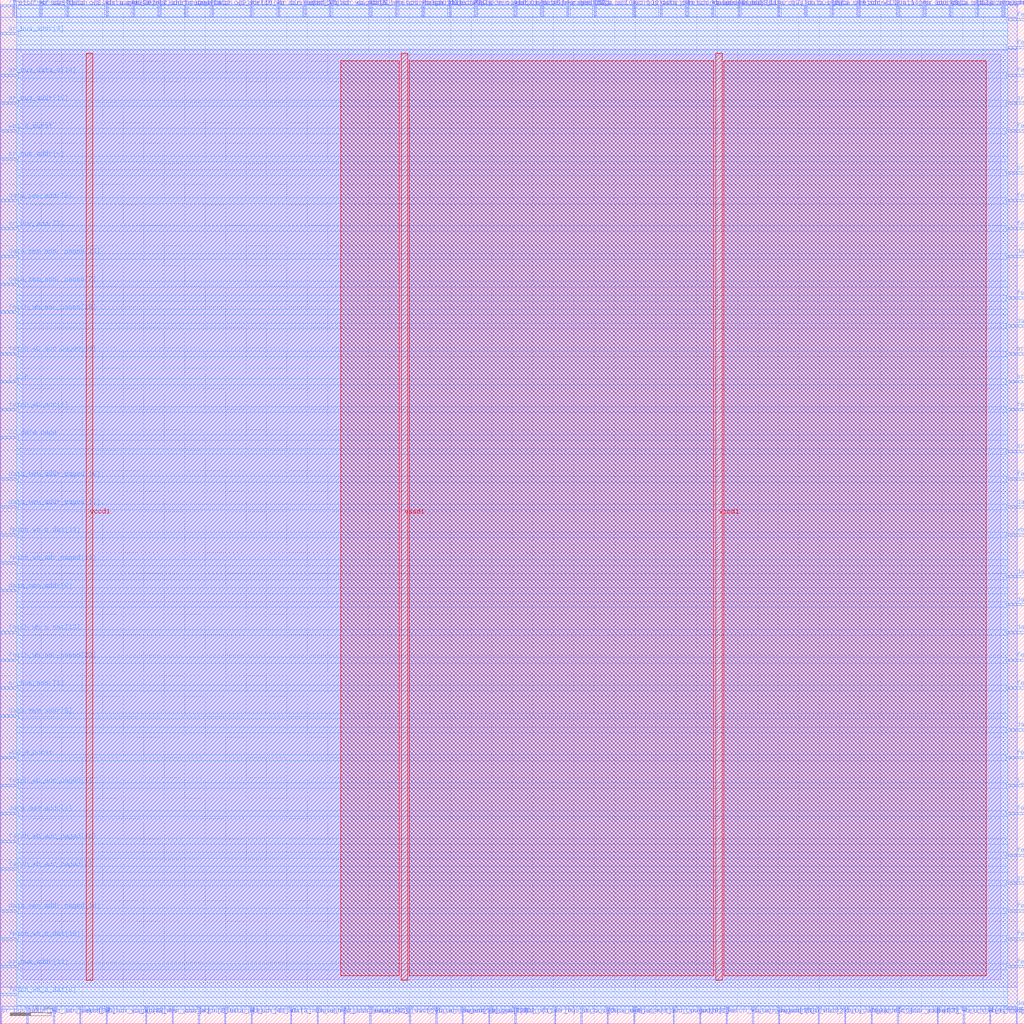
<source format=lef>
VERSION 5.7 ;
  NOWIREEXTENSIONATPIN ON ;
  DIVIDERCHAR "/" ;
  BUSBITCHARS "[]" ;
MACRO upper_core_logic
  CLASS BLOCK ;
  FOREIGN upper_core_logic ;
  ORIGIN 0.000 0.000 ;
  SIZE 250.000 BY 250.000 ;
  PIN cc_data_page
    DIRECTION INPUT ;
    USE SIGNAL ;
    PORT
      LAYER met3 ;
        RECT 0.000 142.840 4.000 143.440 ;
    END
  END cc_data_page
  PIN cc_instr_page
    DIRECTION INPUT ;
    USE SIGNAL ;
    PORT
      LAYER met2 ;
        RECT 38.730 246.000 39.010 250.000 ;
    END
  END cc_instr_page
  PIN data_cacheable
    DIRECTION OUTPUT TRISTATE ;
    USE SIGNAL ;
    PORT
      LAYER met3 ;
        RECT 246.000 170.040 250.000 170.640 ;
    END
  END data_cacheable
  PIN data_mem_addr[0]
    DIRECTION INPUT ;
    USE SIGNAL ;
    PORT
      LAYER met2 ;
        RECT 35.510 0.000 35.790 4.000 ;
    END
  END data_mem_addr[0]
  PIN data_mem_addr[10]
    DIRECTION INPUT ;
    USE SIGNAL ;
    PORT
      LAYER met2 ;
        RECT 206.170 0.000 206.450 4.000 ;
    END
  END data_mem_addr[10]
  PIN data_mem_addr[11]
    DIRECTION INPUT ;
    USE SIGNAL ;
    PORT
      LAYER met2 ;
        RECT 173.970 246.000 174.250 250.000 ;
    END
  END data_mem_addr[11]
  PIN data_mem_addr[12]
    DIRECTION INPUT ;
    USE SIGNAL ;
    PORT
      LAYER met2 ;
        RECT 144.990 246.000 145.270 250.000 ;
    END
  END data_mem_addr[12]
  PIN data_mem_addr[13]
    DIRECTION INPUT ;
    USE SIGNAL ;
    PORT
      LAYER met2 ;
        RECT 132.110 246.000 132.390 250.000 ;
    END
  END data_mem_addr[13]
  PIN data_mem_addr[14]
    DIRECTION INPUT ;
    USE SIGNAL ;
    PORT
      LAYER met2 ;
        RECT 183.630 0.000 183.910 4.000 ;
    END
  END data_mem_addr[14]
  PIN data_mem_addr[15]
    DIRECTION INPUT ;
    USE SIGNAL ;
    PORT
      LAYER met2 ;
        RECT 202.950 246.000 203.230 250.000 ;
    END
  END data_mem_addr[15]
  PIN data_mem_addr[1]
    DIRECTION INPUT ;
    USE SIGNAL ;
    PORT
      LAYER met3 ;
        RECT 0.000 51.040 4.000 51.640 ;
    END
  END data_mem_addr[1]
  PIN data_mem_addr[2]
    DIRECTION INPUT ;
    USE SIGNAL ;
    PORT
      LAYER met3 ;
        RECT 0.000 200.640 4.000 201.240 ;
    END
  END data_mem_addr[2]
  PIN data_mem_addr[3]
    DIRECTION INPUT ;
    USE SIGNAL ;
    PORT
      LAYER met2 ;
        RECT 70.930 0.000 71.210 4.000 ;
    END
  END data_mem_addr[3]
  PIN data_mem_addr[4]
    DIRECTION INPUT ;
    USE SIGNAL ;
    PORT
      LAYER met2 ;
        RECT 238.370 246.000 238.650 250.000 ;
    END
  END data_mem_addr[4]
  PIN data_mem_addr[5]
    DIRECTION INPUT ;
    USE SIGNAL ;
    PORT
      LAYER met3 ;
        RECT 0.000 74.840 4.000 75.440 ;
    END
  END data_mem_addr[5]
  PIN data_mem_addr[6]
    DIRECTION INPUT ;
    USE SIGNAL ;
    PORT
      LAYER met2 ;
        RECT 148.210 0.000 148.490 4.000 ;
    END
  END data_mem_addr[6]
  PIN data_mem_addr[7]
    DIRECTION INPUT ;
    USE SIGNAL ;
    PORT
      LAYER met2 ;
        RECT 25.850 246.000 26.130 250.000 ;
    END
  END data_mem_addr[7]
  PIN data_mem_addr[8]
    DIRECTION INPUT ;
    USE SIGNAL ;
    PORT
      LAYER met2 ;
        RECT 219.050 246.000 219.330 250.000 ;
    END
  END data_mem_addr[8]
  PIN data_mem_addr[9]
    DIRECTION INPUT ;
    USE SIGNAL ;
    PORT
      LAYER met3 ;
        RECT 0.000 105.440 4.000 106.040 ;
    END
  END data_mem_addr[9]
  PIN data_mem_addr_paged[0]
    DIRECTION OUTPUT TRISTATE ;
    USE SIGNAL ;
    PORT
      LAYER met3 ;
        RECT 246.000 102.040 250.000 102.640 ;
    END
  END data_mem_addr_paged[0]
  PIN data_mem_addr_paged[10]
    DIRECTION OUTPUT TRISTATE ;
    USE SIGNAL ;
    PORT
      LAYER met2 ;
        RECT 231.930 246.000 232.210 250.000 ;
    END
  END data_mem_addr_paged[10]
  PIN data_mem_addr_paged[11]
    DIRECTION OUTPUT TRISTATE ;
    USE SIGNAL ;
    PORT
      LAYER met2 ;
        RECT 77.370 0.000 77.650 4.000 ;
    END
  END data_mem_addr_paged[11]
  PIN data_mem_addr_paged[12]
    DIRECTION OUTPUT TRISTATE ;
    USE SIGNAL ;
    PORT
      LAYER met3 ;
        RECT 0.000 125.840 4.000 126.440 ;
    END
  END data_mem_addr_paged[12]
  PIN data_mem_addr_paged[13]
    DIRECTION OUTPUT TRISTATE ;
    USE SIGNAL ;
    PORT
      LAYER met3 ;
        RECT 0.000 187.040 4.000 187.640 ;
    END
  END data_mem_addr_paged[13]
  PIN data_mem_addr_paged[14]
    DIRECTION OUTPUT TRISTATE ;
    USE SIGNAL ;
    PORT
      LAYER met2 ;
        RECT 32.290 246.000 32.570 250.000 ;
    END
  END data_mem_addr_paged[14]
  PIN data_mem_addr_paged[15]
    DIRECTION OUTPUT TRISTATE ;
    USE SIGNAL ;
    PORT
      LAYER met3 ;
        RECT 246.000 187.040 250.000 187.640 ;
    END
  END data_mem_addr_paged[15]
  PIN data_mem_addr_paged[16]
    DIRECTION OUTPUT TRISTATE ;
    USE SIGNAL ;
    PORT
      LAYER met3 ;
        RECT 0.000 27.240 4.000 27.840 ;
    END
  END data_mem_addr_paged[16]
  PIN data_mem_addr_paged[17]
    DIRECTION OUTPUT TRISTATE ;
    USE SIGNAL ;
    PORT
      LAYER met2 ;
        RECT 90.250 246.000 90.530 250.000 ;
    END
  END data_mem_addr_paged[17]
  PIN data_mem_addr_paged[18]
    DIRECTION OUTPUT TRISTATE ;
    USE SIGNAL ;
    PORT
      LAYER met3 ;
        RECT 0.000 132.640 4.000 133.240 ;
    END
  END data_mem_addr_paged[18]
  PIN data_mem_addr_paged[19]
    DIRECTION OUTPUT TRISTATE ;
    USE SIGNAL ;
    PORT
      LAYER met3 ;
        RECT 246.000 3.440 250.000 4.040 ;
    END
  END data_mem_addr_paged[19]
  PIN data_mem_addr_paged[1]
    DIRECTION OUTPUT TRISTATE ;
    USE SIGNAL ;
    PORT
      LAYER met3 ;
        RECT 246.000 71.440 250.000 72.040 ;
    END
  END data_mem_addr_paged[1]
  PIN data_mem_addr_paged[20]
    DIRECTION OUTPUT TRISTATE ;
    USE SIGNAL ;
    PORT
      LAYER met3 ;
        RECT 246.000 95.240 250.000 95.840 ;
    END
  END data_mem_addr_paged[20]
  PIN data_mem_addr_paged[21]
    DIRECTION OUTPUT TRISTATE ;
    USE SIGNAL ;
    PORT
      LAYER met3 ;
        RECT 246.000 108.840 250.000 109.440 ;
    END
  END data_mem_addr_paged[21]
  PIN data_mem_addr_paged[22]
    DIRECTION OUTPUT TRISTATE ;
    USE SIGNAL ;
    PORT
      LAYER met2 ;
        RECT 106.350 0.000 106.630 4.000 ;
    END
  END data_mem_addr_paged[22]
  PIN data_mem_addr_paged[23]
    DIRECTION OUTPUT TRISTATE ;
    USE SIGNAL ;
    PORT
      LAYER met2 ;
        RECT 125.670 246.000 125.950 250.000 ;
    END
  END data_mem_addr_paged[23]
  PIN data_mem_addr_paged[2]
    DIRECTION OUTPUT TRISTATE ;
    USE SIGNAL ;
    PORT
      LAYER met2 ;
        RECT 212.610 0.000 212.890 4.000 ;
    END
  END data_mem_addr_paged[2]
  PIN data_mem_addr_paged[3]
    DIRECTION OUTPUT TRISTATE ;
    USE SIGNAL ;
    PORT
      LAYER met2 ;
        RECT 248.030 0.000 248.310 4.000 ;
    END
  END data_mem_addr_paged[3]
  PIN data_mem_addr_paged[4]
    DIRECTION OUTPUT TRISTATE ;
    USE SIGNAL ;
    PORT
      LAYER met3 ;
        RECT 246.000 125.840 250.000 126.440 ;
    END
  END data_mem_addr_paged[4]
  PIN data_mem_addr_paged[5]
    DIRECTION OUTPUT TRISTATE ;
    USE SIGNAL ;
    PORT
      LAYER met2 ;
        RECT 116.010 246.000 116.290 250.000 ;
    END
  END data_mem_addr_paged[5]
  PIN data_mem_addr_paged[6]
    DIRECTION OUTPUT TRISTATE ;
    USE SIGNAL ;
    PORT
      LAYER met2 ;
        RECT 109.570 246.000 109.850 250.000 ;
    END
  END data_mem_addr_paged[6]
  PIN data_mem_addr_paged[7]
    DIRECTION OUTPUT TRISTATE ;
    USE SIGNAL ;
    PORT
      LAYER met3 ;
        RECT 0.000 180.240 4.000 180.840 ;
    END
  END data_mem_addr_paged[7]
  PIN data_mem_addr_paged[8]
    DIRECTION OUTPUT TRISTATE ;
    USE SIGNAL ;
    PORT
      LAYER met2 ;
        RECT 161.090 246.000 161.370 250.000 ;
    END
  END data_mem_addr_paged[8]
  PIN data_mem_addr_paged[9]
    DIRECTION OUTPUT TRISTATE ;
    USE SIGNAL ;
    PORT
      LAYER met2 ;
        RECT 154.650 0.000 154.930 4.000 ;
    END
  END data_mem_addr_paged[9]
  PIN fetch_wb_adr[0]
    DIRECTION INPUT ;
    USE SIGNAL ;
    PORT
      LAYER met2 ;
        RECT 125.670 0.000 125.950 4.000 ;
    END
  END fetch_wb_adr[0]
  PIN fetch_wb_adr[10]
    DIRECTION INPUT ;
    USE SIGNAL ;
    PORT
      LAYER met2 ;
        RECT 51.610 246.000 51.890 250.000 ;
    END
  END fetch_wb_adr[10]
  PIN fetch_wb_adr[11]
    DIRECTION INPUT ;
    USE SIGNAL ;
    PORT
      LAYER met3 ;
        RECT 246.000 149.640 250.000 150.240 ;
    END
  END fetch_wb_adr[11]
  PIN fetch_wb_adr[12]
    DIRECTION INPUT ;
    USE SIGNAL ;
    PORT
      LAYER met3 ;
        RECT 0.000 248.240 4.000 248.840 ;
    END
  END fetch_wb_adr[12]
  PIN fetch_wb_adr[13]
    DIRECTION INPUT ;
    USE SIGNAL ;
    PORT
      LAYER met2 ;
        RECT 54.830 0.000 55.110 4.000 ;
    END
  END fetch_wb_adr[13]
  PIN fetch_wb_adr[14]
    DIRECTION INPUT ;
    USE SIGNAL ;
    PORT
      LAYER met2 ;
        RECT 209.390 246.000 209.670 250.000 ;
    END
  END fetch_wb_adr[14]
  PIN fetch_wb_adr[15]
    DIRECTION INPUT ;
    USE SIGNAL ;
    PORT
      LAYER met3 ;
        RECT 246.000 217.640 250.000 218.240 ;
    END
  END fetch_wb_adr[15]
  PIN fetch_wb_adr[1]
    DIRECTION INPUT ;
    USE SIGNAL ;
    PORT
      LAYER met3 ;
        RECT 0.000 149.640 4.000 150.240 ;
    END
  END fetch_wb_adr[1]
  PIN fetch_wb_adr[2]
    DIRECTION INPUT ;
    USE SIGNAL ;
    PORT
      LAYER met2 ;
        RECT 61.270 0.000 61.550 4.000 ;
    END
  END fetch_wb_adr[2]
  PIN fetch_wb_adr[3]
    DIRECTION INPUT ;
    USE SIGNAL ;
    PORT
      LAYER met2 ;
        RECT 3.310 246.000 3.590 250.000 ;
    END
  END fetch_wb_adr[3]
  PIN fetch_wb_adr[4]
    DIRECTION INPUT ;
    USE SIGNAL ;
    PORT
      LAYER met3 ;
        RECT 246.000 64.640 250.000 65.240 ;
    END
  END fetch_wb_adr[4]
  PIN fetch_wb_adr[5]
    DIRECTION INPUT ;
    USE SIGNAL ;
    PORT
      LAYER met2 ;
        RECT 80.590 246.000 80.870 250.000 ;
    END
  END fetch_wb_adr[5]
  PIN fetch_wb_adr[6]
    DIRECTION INPUT ;
    USE SIGNAL ;
    PORT
      LAYER met2 ;
        RECT 241.590 0.000 241.870 4.000 ;
    END
  END fetch_wb_adr[6]
  PIN fetch_wb_adr[7]
    DIRECTION INPUT ;
    USE SIGNAL ;
    PORT
      LAYER met3 ;
        RECT 246.000 200.640 250.000 201.240 ;
    END
  END fetch_wb_adr[7]
  PIN fetch_wb_adr[8]
    DIRECTION INPUT ;
    USE SIGNAL ;
    PORT
      LAYER met3 ;
        RECT 246.000 27.240 250.000 27.840 ;
    END
  END fetch_wb_adr[8]
  PIN fetch_wb_adr[9]
    DIRECTION INPUT ;
    USE SIGNAL ;
    PORT
      LAYER met2 ;
        RECT 244.810 246.000 245.090 250.000 ;
    END
  END fetch_wb_adr[9]
  PIN fetch_wb_adr_paged[0]
    DIRECTION OUTPUT TRISTATE ;
    USE SIGNAL ;
    PORT
      LAYER met3 ;
        RECT 246.000 193.840 250.000 194.440 ;
    END
  END fetch_wb_adr_paged[0]
  PIN fetch_wb_adr_paged[10]
    DIRECTION OUTPUT TRISTATE ;
    USE SIGNAL ;
    PORT
      LAYER met3 ;
        RECT 246.000 40.840 250.000 41.440 ;
    END
  END fetch_wb_adr_paged[10]
  PIN fetch_wb_adr_paged[11]
    DIRECTION OUTPUT TRISTATE ;
    USE SIGNAL ;
    PORT
      LAYER met2 ;
        RECT 99.910 0.000 100.190 4.000 ;
    END
  END fetch_wb_adr_paged[11]
  PIN fetch_wb_adr_paged[12]
    DIRECTION OUTPUT TRISTATE ;
    USE SIGNAL ;
    PORT
      LAYER met3 ;
        RECT 0.000 163.240 4.000 163.840 ;
    END
  END fetch_wb_adr_paged[12]
  PIN fetch_wb_adr_paged[13]
    DIRECTION OUTPUT TRISTATE ;
    USE SIGNAL ;
    PORT
      LAYER met2 ;
        RECT 6.530 0.000 6.810 4.000 ;
    END
  END fetch_wb_adr_paged[13]
  PIN fetch_wb_adr_paged[14]
    DIRECTION OUTPUT TRISTATE ;
    USE SIGNAL ;
    PORT
      LAYER met3 ;
        RECT 0.000 112.240 4.000 112.840 ;
    END
  END fetch_wb_adr_paged[14]
  PIN fetch_wb_adr_paged[15]
    DIRECTION OUTPUT TRISTATE ;
    USE SIGNAL ;
    PORT
      LAYER met2 ;
        RECT 177.190 0.000 177.470 4.000 ;
    END
  END fetch_wb_adr_paged[15]
  PIN fetch_wb_adr_paged[16]
    DIRECTION OUTPUT TRISTATE ;
    USE SIGNAL ;
    PORT
      LAYER met3 ;
        RECT 0.000 44.240 4.000 44.840 ;
    END
  END fetch_wb_adr_paged[16]
  PIN fetch_wb_adr_paged[17]
    DIRECTION OUTPUT TRISTATE ;
    USE SIGNAL ;
    PORT
      LAYER met2 ;
        RECT 61.270 246.000 61.550 250.000 ;
    END
  END fetch_wb_adr_paged[17]
  PIN fetch_wb_adr_paged[18]
    DIRECTION OUTPUT TRISTATE ;
    USE SIGNAL ;
    PORT
      LAYER met3 ;
        RECT 246.000 231.240 250.000 231.840 ;
    END
  END fetch_wb_adr_paged[18]
  PIN fetch_wb_adr_paged[19]
    DIRECTION OUTPUT TRISTATE ;
    USE SIGNAL ;
    PORT
      LAYER met3 ;
        RECT 0.000 173.440 4.000 174.040 ;
    END
  END fetch_wb_adr_paged[19]
  PIN fetch_wb_adr_paged[1]
    DIRECTION OUTPUT TRISTATE ;
    USE SIGNAL ;
    PORT
      LAYER met3 ;
        RECT 0.000 57.840 4.000 58.440 ;
    END
  END fetch_wb_adr_paged[1]
  PIN fetch_wb_adr_paged[20]
    DIRECTION OUTPUT TRISTATE ;
    USE SIGNAL ;
    PORT
      LAYER met2 ;
        RECT 16.190 246.000 16.470 250.000 ;
    END
  END fetch_wb_adr_paged[20]
  PIN fetch_wb_adr_paged[21]
    DIRECTION OUTPUT TRISTATE ;
    USE SIGNAL ;
    PORT
      LAYER met2 ;
        RECT 74.150 246.000 74.430 250.000 ;
    END
  END fetch_wb_adr_paged[21]
  PIN fetch_wb_adr_paged[22]
    DIRECTION OUTPUT TRISTATE ;
    USE SIGNAL ;
    PORT
      LAYER met2 ;
        RECT 96.690 246.000 96.970 250.000 ;
    END
  END fetch_wb_adr_paged[22]
  PIN fetch_wb_adr_paged[23]
    DIRECTION OUTPUT TRISTATE ;
    USE SIGNAL ;
    PORT
      LAYER met3 ;
        RECT 0.000 88.440 4.000 89.040 ;
    END
  END fetch_wb_adr_paged[23]
  PIN fetch_wb_adr_paged[2]
    DIRECTION OUTPUT TRISTATE ;
    USE SIGNAL ;
    PORT
      LAYER met3 ;
        RECT 0.000 37.440 4.000 38.040 ;
    END
  END fetch_wb_adr_paged[2]
  PIN fetch_wb_adr_paged[3]
    DIRECTION OUTPUT TRISTATE ;
    USE SIGNAL ;
    PORT
      LAYER met3 ;
        RECT 246.000 81.640 250.000 82.240 ;
    END
  END fetch_wb_adr_paged[3]
  PIN fetch_wb_adr_paged[4]
    DIRECTION OUTPUT TRISTATE ;
    USE SIGNAL ;
    PORT
      LAYER met3 ;
        RECT 246.000 238.040 250.000 238.640 ;
    END
  END fetch_wb_adr_paged[4]
  PIN fetch_wb_adr_paged[5]
    DIRECTION OUTPUT TRISTATE ;
    USE SIGNAL ;
    PORT
      LAYER met2 ;
        RECT 19.410 0.000 19.690 4.000 ;
    END
  END fetch_wb_adr_paged[5]
  PIN fetch_wb_adr_paged[6]
    DIRECTION OUTPUT TRISTATE ;
    USE SIGNAL ;
    PORT
      LAYER met3 ;
        RECT 246.000 13.640 250.000 14.240 ;
    END
  END fetch_wb_adr_paged[6]
  PIN fetch_wb_adr_paged[7]
    DIRECTION OUTPUT TRISTATE ;
    USE SIGNAL ;
    PORT
      LAYER met3 ;
        RECT 246.000 88.440 250.000 89.040 ;
    END
  END fetch_wb_adr_paged[7]
  PIN fetch_wb_adr_paged[8]
    DIRECTION OUTPUT TRISTATE ;
    USE SIGNAL ;
    PORT
      LAYER met2 ;
        RECT 167.530 246.000 167.810 250.000 ;
    END
  END fetch_wb_adr_paged[8]
  PIN fetch_wb_adr_paged[9]
    DIRECTION OUTPUT TRISTATE ;
    USE SIGNAL ;
    PORT
      LAYER met3 ;
        RECT 246.000 51.040 250.000 51.640 ;
    END
  END fetch_wb_adr_paged[9]
  PIN fetch_wb_o_dat[0]
    DIRECTION OUTPUT TRISTATE ;
    USE SIGNAL ;
    PORT
      LAYER met2 ;
        RECT 228.710 0.000 228.990 4.000 ;
    END
  END fetch_wb_o_dat[0]
  PIN fetch_wb_o_dat[10]
    DIRECTION OUTPUT TRISTATE ;
    USE SIGNAL ;
    PORT
      LAYER met2 ;
        RECT 112.790 0.000 113.070 4.000 ;
    END
  END fetch_wb_o_dat[10]
  PIN fetch_wb_o_dat[11]
    DIRECTION OUTPUT TRISTATE ;
    USE SIGNAL ;
    PORT
      LAYER met3 ;
        RECT 246.000 132.640 250.000 133.240 ;
    END
  END fetch_wb_o_dat[11]
  PIN fetch_wb_o_dat[12]
    DIRECTION OUTPUT TRISTATE ;
    USE SIGNAL ;
    PORT
      LAYER met3 ;
        RECT 246.000 244.840 250.000 245.440 ;
    END
  END fetch_wb_o_dat[12]
  PIN fetch_wb_o_dat[13]
    DIRECTION OUTPUT TRISTATE ;
    USE SIGNAL ;
    PORT
      LAYER met3 ;
        RECT 0.000 95.240 4.000 95.840 ;
    END
  END fetch_wb_o_dat[13]
  PIN fetch_wb_o_dat[14]
    DIRECTION OUTPUT TRISTATE ;
    USE SIGNAL ;
    PORT
      LAYER met3 ;
        RECT 0.000 119.040 4.000 119.640 ;
    END
  END fetch_wb_o_dat[14]
  PIN fetch_wb_o_dat[15]
    DIRECTION OUTPUT TRISTATE ;
    USE SIGNAL ;
    PORT
      LAYER met3 ;
        RECT 0.000 20.440 4.000 21.040 ;
    END
  END fetch_wb_o_dat[15]
  PIN fetch_wb_o_dat[1]
    DIRECTION OUTPUT TRISTATE ;
    USE SIGNAL ;
    PORT
      LAYER met2 ;
        RECT 235.150 0.000 235.430 4.000 ;
    END
  END fetch_wb_o_dat[1]
  PIN fetch_wb_o_dat[2]
    DIRECTION OUTPUT TRISTATE ;
    USE SIGNAL ;
    PORT
      LAYER met2 ;
        RECT 103.130 246.000 103.410 250.000 ;
    END
  END fetch_wb_o_dat[2]
  PIN fetch_wb_o_dat[3]
    DIRECTION OUTPUT TRISTATE ;
    USE SIGNAL ;
    PORT
      LAYER met2 ;
        RECT 190.070 0.000 190.350 4.000 ;
    END
  END fetch_wb_o_dat[3]
  PIN fetch_wb_o_dat[4]
    DIRECTION OUTPUT TRISTATE ;
    USE SIGNAL ;
    PORT
      LAYER met2 ;
        RECT 25.850 0.000 26.130 4.000 ;
    END
  END fetch_wb_o_dat[4]
  PIN fetch_wb_o_dat[5]
    DIRECTION OUTPUT TRISTATE ;
    USE SIGNAL ;
    PORT
      LAYER met2 ;
        RECT 90.250 0.000 90.530 4.000 ;
    END
  END fetch_wb_o_dat[5]
  PIN fetch_wb_o_dat[6]
    DIRECTION OUTPUT TRISTATE ;
    USE SIGNAL ;
    PORT
      LAYER met3 ;
        RECT 246.000 20.440 250.000 21.040 ;
    END
  END fetch_wb_o_dat[6]
  PIN fetch_wb_o_dat[7]
    DIRECTION OUTPUT TRISTATE ;
    USE SIGNAL ;
    PORT
      LAYER met3 ;
        RECT 246.000 176.840 250.000 177.440 ;
    END
  END fetch_wb_o_dat[7]
  PIN fetch_wb_o_dat[8]
    DIRECTION OUTPUT TRISTATE ;
    USE SIGNAL ;
    PORT
      LAYER met3 ;
        RECT 0.000 6.840 4.000 7.440 ;
    END
  END fetch_wb_o_dat[8]
  PIN fetch_wb_o_dat[9]
    DIRECTION OUTPUT TRISTATE ;
    USE SIGNAL ;
    PORT
      LAYER met2 ;
        RECT 199.730 0.000 200.010 4.000 ;
    END
  END fetch_wb_o_dat[9]
  PIN i_clk
    DIRECTION INPUT ;
    USE SIGNAL ;
    PORT
      LAYER met3 ;
        RECT 0.000 156.440 4.000 157.040 ;
    END
  END i_clk
  PIN i_rst
    DIRECTION INPUT ;
    USE SIGNAL ;
    PORT
      LAYER met3 ;
        RECT 246.000 57.840 250.000 58.440 ;
    END
  END i_rst
  PIN sr_bus_addr[0]
    DIRECTION INPUT ;
    USE SIGNAL ;
    PORT
      LAYER met3 ;
        RECT 0.000 210.840 4.000 211.440 ;
    END
  END sr_bus_addr[0]
  PIN sr_bus_addr[10]
    DIRECTION INPUT ;
    USE SIGNAL ;
    PORT
      LAYER met3 ;
        RECT 246.000 139.440 250.000 140.040 ;
    END
  END sr_bus_addr[10]
  PIN sr_bus_addr[11]
    DIRECTION INPUT ;
    USE SIGNAL ;
    PORT
      LAYER met3 ;
        RECT 246.000 207.440 250.000 208.040 ;
    END
  END sr_bus_addr[11]
  PIN sr_bus_addr[12]
    DIRECTION INPUT ;
    USE SIGNAL ;
    PORT
      LAYER met2 ;
        RECT 219.050 0.000 219.330 4.000 ;
    END
  END sr_bus_addr[12]
  PIN sr_bus_addr[13]
    DIRECTION INPUT ;
    USE SIGNAL ;
    PORT
      LAYER met3 ;
        RECT 246.000 224.440 250.000 225.040 ;
    END
  END sr_bus_addr[13]
  PIN sr_bus_addr[14]
    DIRECTION INPUT ;
    USE SIGNAL ;
    PORT
      LAYER met3 ;
        RECT 0.000 13.640 4.000 14.240 ;
    END
  END sr_bus_addr[14]
  PIN sr_bus_addr[15]
    DIRECTION INPUT ;
    USE SIGNAL ;
    PORT
      LAYER met3 ;
        RECT 0.000 224.440 4.000 225.040 ;
    END
  END sr_bus_addr[15]
  PIN sr_bus_addr[1]
    DIRECTION INPUT ;
    USE SIGNAL ;
    PORT
      LAYER met3 ;
        RECT 0.000 81.640 4.000 82.240 ;
    END
  END sr_bus_addr[1]
  PIN sr_bus_addr[2]
    DIRECTION INPUT ;
    USE SIGNAL ;
    PORT
      LAYER met2 ;
        RECT 0.090 0.000 0.370 4.000 ;
    END
  END sr_bus_addr[2]
  PIN sr_bus_addr[3]
    DIRECTION INPUT ;
    USE SIGNAL ;
    PORT
      LAYER met2 ;
        RECT 164.310 0.000 164.590 4.000 ;
    END
  END sr_bus_addr[3]
  PIN sr_bus_addr[4]
    DIRECTION INPUT ;
    USE SIGNAL ;
    PORT
      LAYER met3 ;
        RECT 0.000 241.440 4.000 242.040 ;
    END
  END sr_bus_addr[4]
  PIN sr_bus_addr[5]
    DIRECTION INPUT ;
    USE SIGNAL ;
    PORT
      LAYER met2 ;
        RECT 67.710 246.000 67.990 250.000 ;
    END
  END sr_bus_addr[5]
  PIN sr_bus_addr[6]
    DIRECTION INPUT ;
    USE SIGNAL ;
    PORT
      LAYER met2 ;
        RECT 154.650 246.000 154.930 250.000 ;
    END
  END sr_bus_addr[6]
  PIN sr_bus_addr[7]
    DIRECTION INPUT ;
    USE SIGNAL ;
    PORT
      LAYER met3 ;
        RECT 0.000 193.840 4.000 194.440 ;
    END
  END sr_bus_addr[7]
  PIN sr_bus_addr[8]
    DIRECTION INPUT ;
    USE SIGNAL ;
    PORT
      LAYER met2 ;
        RECT 41.950 0.000 42.230 4.000 ;
    END
  END sr_bus_addr[8]
  PIN sr_bus_addr[9]
    DIRECTION INPUT ;
    USE SIGNAL ;
    PORT
      LAYER met2 ;
        RECT 12.970 0.000 13.250 4.000 ;
    END
  END sr_bus_addr[9]
  PIN sr_bus_data_o[0]
    DIRECTION INPUT ;
    USE SIGNAL ;
    PORT
      LAYER met2 ;
        RECT 196.510 246.000 196.790 250.000 ;
    END
  END sr_bus_data_o[0]
  PIN sr_bus_data_o[10]
    DIRECTION INPUT ;
    USE SIGNAL ;
    PORT
      LAYER met2 ;
        RECT 138.550 246.000 138.830 250.000 ;
    END
  END sr_bus_data_o[10]
  PIN sr_bus_data_o[11]
    DIRECTION INPUT ;
    USE SIGNAL ;
    PORT
      LAYER met2 ;
        RECT 119.230 0.000 119.510 4.000 ;
    END
  END sr_bus_data_o[11]
  PIN sr_bus_data_o[12]
    DIRECTION INPUT ;
    USE SIGNAL ;
    PORT
      LAYER met2 ;
        RECT 225.490 246.000 225.770 250.000 ;
    END
  END sr_bus_data_o[12]
  PIN sr_bus_data_o[13]
    DIRECTION INPUT ;
    USE SIGNAL ;
    PORT
      LAYER met3 ;
        RECT 246.000 34.040 250.000 34.640 ;
    END
  END sr_bus_data_o[13]
  PIN sr_bus_data_o[14]
    DIRECTION INPUT ;
    USE SIGNAL ;
    PORT
      LAYER met3 ;
        RECT 0.000 231.240 4.000 231.840 ;
    END
  END sr_bus_data_o[14]
  PIN sr_bus_data_o[15]
    DIRECTION INPUT ;
    USE SIGNAL ;
    PORT
      LAYER met3 ;
        RECT 246.000 156.440 250.000 157.040 ;
    END
  END sr_bus_data_o[15]
  PIN sr_bus_data_o[1]
    DIRECTION INPUT ;
    USE SIGNAL ;
    PORT
      LAYER met2 ;
        RECT 48.390 0.000 48.670 4.000 ;
    END
  END sr_bus_data_o[1]
  PIN sr_bus_data_o[2]
    DIRECTION INPUT ;
    USE SIGNAL ;
    PORT
      LAYER met2 ;
        RECT 83.810 0.000 84.090 4.000 ;
    END
  END sr_bus_data_o[2]
  PIN sr_bus_data_o[3]
    DIRECTION INPUT ;
    USE SIGNAL ;
    PORT
      LAYER met2 ;
        RECT 135.330 0.000 135.610 4.000 ;
    END
  END sr_bus_data_o[3]
  PIN sr_bus_data_o[4]
    DIRECTION INPUT ;
    USE SIGNAL ;
    PORT
      LAYER met3 ;
        RECT 246.000 163.240 250.000 163.840 ;
    END
  END sr_bus_data_o[4]
  PIN sr_bus_data_o[5]
    DIRECTION INPUT ;
    USE SIGNAL ;
    PORT
      LAYER met2 ;
        RECT 141.770 0.000 142.050 4.000 ;
    END
  END sr_bus_data_o[5]
  PIN sr_bus_data_o[6]
    DIRECTION INPUT ;
    USE SIGNAL ;
    PORT
      LAYER met2 ;
        RECT 190.070 246.000 190.350 250.000 ;
    END
  END sr_bus_data_o[6]
  PIN sr_bus_data_o[7]
    DIRECTION INPUT ;
    USE SIGNAL ;
    PORT
      LAYER met2 ;
        RECT 180.410 246.000 180.690 250.000 ;
    END
  END sr_bus_data_o[7]
  PIN sr_bus_data_o[8]
    DIRECTION INPUT ;
    USE SIGNAL ;
    PORT
      LAYER met2 ;
        RECT 9.750 246.000 10.030 250.000 ;
    END
  END sr_bus_data_o[8]
  PIN sr_bus_data_o[9]
    DIRECTION INPUT ;
    USE SIGNAL ;
    PORT
      LAYER met2 ;
        RECT 45.170 246.000 45.450 250.000 ;
    END
  END sr_bus_data_o[9]
  PIN sr_bus_we
    DIRECTION INPUT ;
    USE SIGNAL ;
    PORT
      LAYER met2 ;
        RECT 170.750 0.000 171.030 4.000 ;
    END
  END sr_bus_we
  PIN vccd1
    DIRECTION INOUT ;
    USE POWER ;
    PORT
      LAYER met4 ;
        RECT 21.040 10.640 22.640 236.880 ;
    END
    PORT
      LAYER met4 ;
        RECT 174.640 10.640 176.240 236.880 ;
    END
  END vccd1
  PIN vssd1
    DIRECTION INOUT ;
    USE GROUND ;
    PORT
      LAYER met4 ;
        RECT 97.840 10.640 99.440 236.880 ;
    END
  END vssd1
  PIN wb0_8_burst
    DIRECTION OUTPUT TRISTATE ;
    USE SIGNAL ;
    PORT
      LAYER met3 ;
        RECT 0.000 64.640 4.000 65.240 ;
    END
  END wb0_8_burst
  PIN wb1_4_burst
    DIRECTION OUTPUT TRISTATE ;
    USE SIGNAL ;
    PORT
      LAYER met3 ;
        RECT 0.000 217.640 4.000 218.240 ;
    END
  END wb1_4_burst
  PIN wb1_8_burst
    DIRECTION OUTPUT TRISTATE ;
    USE SIGNAL ;
    PORT
      LAYER met3 ;
        RECT 246.000 119.040 250.000 119.640 ;
    END
  END wb1_8_burst
  OBS
      LAYER li1 ;
        RECT 5.520 10.795 244.260 236.725 ;
      LAYER met1 ;
        RECT 0.070 8.880 248.330 237.960 ;
      LAYER met2 ;
        RECT 0.100 245.720 3.030 248.725 ;
        RECT 3.870 245.720 9.470 248.725 ;
        RECT 10.310 245.720 15.910 248.725 ;
        RECT 16.750 245.720 25.570 248.725 ;
        RECT 26.410 245.720 32.010 248.725 ;
        RECT 32.850 245.720 38.450 248.725 ;
        RECT 39.290 245.720 44.890 248.725 ;
        RECT 45.730 245.720 51.330 248.725 ;
        RECT 52.170 245.720 60.990 248.725 ;
        RECT 61.830 245.720 67.430 248.725 ;
        RECT 68.270 245.720 73.870 248.725 ;
        RECT 74.710 245.720 80.310 248.725 ;
        RECT 81.150 245.720 89.970 248.725 ;
        RECT 90.810 245.720 96.410 248.725 ;
        RECT 97.250 245.720 102.850 248.725 ;
        RECT 103.690 245.720 109.290 248.725 ;
        RECT 110.130 245.720 115.730 248.725 ;
        RECT 116.570 245.720 125.390 248.725 ;
        RECT 126.230 245.720 131.830 248.725 ;
        RECT 132.670 245.720 138.270 248.725 ;
        RECT 139.110 245.720 144.710 248.725 ;
        RECT 145.550 245.720 154.370 248.725 ;
        RECT 155.210 245.720 160.810 248.725 ;
        RECT 161.650 245.720 167.250 248.725 ;
        RECT 168.090 245.720 173.690 248.725 ;
        RECT 174.530 245.720 180.130 248.725 ;
        RECT 180.970 245.720 189.790 248.725 ;
        RECT 190.630 245.720 196.230 248.725 ;
        RECT 197.070 245.720 202.670 248.725 ;
        RECT 203.510 245.720 209.110 248.725 ;
        RECT 209.950 245.720 218.770 248.725 ;
        RECT 219.610 245.720 225.210 248.725 ;
        RECT 226.050 245.720 231.650 248.725 ;
        RECT 232.490 245.720 238.090 248.725 ;
        RECT 238.930 245.720 244.530 248.725 ;
        RECT 245.370 245.720 248.300 248.725 ;
        RECT 0.100 4.280 248.300 245.720 ;
        RECT 0.650 3.555 6.250 4.280 ;
        RECT 7.090 3.555 12.690 4.280 ;
        RECT 13.530 3.555 19.130 4.280 ;
        RECT 19.970 3.555 25.570 4.280 ;
        RECT 26.410 3.555 35.230 4.280 ;
        RECT 36.070 3.555 41.670 4.280 ;
        RECT 42.510 3.555 48.110 4.280 ;
        RECT 48.950 3.555 54.550 4.280 ;
        RECT 55.390 3.555 60.990 4.280 ;
        RECT 61.830 3.555 70.650 4.280 ;
        RECT 71.490 3.555 77.090 4.280 ;
        RECT 77.930 3.555 83.530 4.280 ;
        RECT 84.370 3.555 89.970 4.280 ;
        RECT 90.810 3.555 99.630 4.280 ;
        RECT 100.470 3.555 106.070 4.280 ;
        RECT 106.910 3.555 112.510 4.280 ;
        RECT 113.350 3.555 118.950 4.280 ;
        RECT 119.790 3.555 125.390 4.280 ;
        RECT 126.230 3.555 135.050 4.280 ;
        RECT 135.890 3.555 141.490 4.280 ;
        RECT 142.330 3.555 147.930 4.280 ;
        RECT 148.770 3.555 154.370 4.280 ;
        RECT 155.210 3.555 164.030 4.280 ;
        RECT 164.870 3.555 170.470 4.280 ;
        RECT 171.310 3.555 176.910 4.280 ;
        RECT 177.750 3.555 183.350 4.280 ;
        RECT 184.190 3.555 189.790 4.280 ;
        RECT 190.630 3.555 199.450 4.280 ;
        RECT 200.290 3.555 205.890 4.280 ;
        RECT 206.730 3.555 212.330 4.280 ;
        RECT 213.170 3.555 218.770 4.280 ;
        RECT 219.610 3.555 228.430 4.280 ;
        RECT 229.270 3.555 234.870 4.280 ;
        RECT 235.710 3.555 241.310 4.280 ;
        RECT 242.150 3.555 247.750 4.280 ;
      LAYER met3 ;
        RECT 4.400 247.840 246.000 248.705 ;
        RECT 4.000 245.840 246.000 247.840 ;
        RECT 4.000 244.440 245.600 245.840 ;
        RECT 4.000 242.440 246.000 244.440 ;
        RECT 4.400 241.040 246.000 242.440 ;
        RECT 4.000 239.040 246.000 241.040 ;
        RECT 4.000 237.640 245.600 239.040 ;
        RECT 4.000 232.240 246.000 237.640 ;
        RECT 4.400 230.840 245.600 232.240 ;
        RECT 4.000 225.440 246.000 230.840 ;
        RECT 4.400 224.040 245.600 225.440 ;
        RECT 4.000 218.640 246.000 224.040 ;
        RECT 4.400 217.240 245.600 218.640 ;
        RECT 4.000 211.840 246.000 217.240 ;
        RECT 4.400 210.440 246.000 211.840 ;
        RECT 4.000 208.440 246.000 210.440 ;
        RECT 4.000 207.040 245.600 208.440 ;
        RECT 4.000 201.640 246.000 207.040 ;
        RECT 4.400 200.240 245.600 201.640 ;
        RECT 4.000 194.840 246.000 200.240 ;
        RECT 4.400 193.440 245.600 194.840 ;
        RECT 4.000 188.040 246.000 193.440 ;
        RECT 4.400 186.640 245.600 188.040 ;
        RECT 4.000 181.240 246.000 186.640 ;
        RECT 4.400 179.840 246.000 181.240 ;
        RECT 4.000 177.840 246.000 179.840 ;
        RECT 4.000 176.440 245.600 177.840 ;
        RECT 4.000 174.440 246.000 176.440 ;
        RECT 4.400 173.040 246.000 174.440 ;
        RECT 4.000 171.040 246.000 173.040 ;
        RECT 4.000 169.640 245.600 171.040 ;
        RECT 4.000 164.240 246.000 169.640 ;
        RECT 4.400 162.840 245.600 164.240 ;
        RECT 4.000 157.440 246.000 162.840 ;
        RECT 4.400 156.040 245.600 157.440 ;
        RECT 4.000 150.640 246.000 156.040 ;
        RECT 4.400 149.240 245.600 150.640 ;
        RECT 4.000 143.840 246.000 149.240 ;
        RECT 4.400 142.440 246.000 143.840 ;
        RECT 4.000 140.440 246.000 142.440 ;
        RECT 4.000 139.040 245.600 140.440 ;
        RECT 4.000 133.640 246.000 139.040 ;
        RECT 4.400 132.240 245.600 133.640 ;
        RECT 4.000 126.840 246.000 132.240 ;
        RECT 4.400 125.440 245.600 126.840 ;
        RECT 4.000 120.040 246.000 125.440 ;
        RECT 4.400 118.640 245.600 120.040 ;
        RECT 4.000 113.240 246.000 118.640 ;
        RECT 4.400 111.840 246.000 113.240 ;
        RECT 4.000 109.840 246.000 111.840 ;
        RECT 4.000 108.440 245.600 109.840 ;
        RECT 4.000 106.440 246.000 108.440 ;
        RECT 4.400 105.040 246.000 106.440 ;
        RECT 4.000 103.040 246.000 105.040 ;
        RECT 4.000 101.640 245.600 103.040 ;
        RECT 4.000 96.240 246.000 101.640 ;
        RECT 4.400 94.840 245.600 96.240 ;
        RECT 4.000 89.440 246.000 94.840 ;
        RECT 4.400 88.040 245.600 89.440 ;
        RECT 4.000 82.640 246.000 88.040 ;
        RECT 4.400 81.240 245.600 82.640 ;
        RECT 4.000 75.840 246.000 81.240 ;
        RECT 4.400 74.440 246.000 75.840 ;
        RECT 4.000 72.440 246.000 74.440 ;
        RECT 4.000 71.040 245.600 72.440 ;
        RECT 4.000 65.640 246.000 71.040 ;
        RECT 4.400 64.240 245.600 65.640 ;
        RECT 4.000 58.840 246.000 64.240 ;
        RECT 4.400 57.440 245.600 58.840 ;
        RECT 4.000 52.040 246.000 57.440 ;
        RECT 4.400 50.640 245.600 52.040 ;
        RECT 4.000 45.240 246.000 50.640 ;
        RECT 4.400 43.840 246.000 45.240 ;
        RECT 4.000 41.840 246.000 43.840 ;
        RECT 4.000 40.440 245.600 41.840 ;
        RECT 4.000 38.440 246.000 40.440 ;
        RECT 4.400 37.040 246.000 38.440 ;
        RECT 4.000 35.040 246.000 37.040 ;
        RECT 4.000 33.640 245.600 35.040 ;
        RECT 4.000 28.240 246.000 33.640 ;
        RECT 4.400 26.840 245.600 28.240 ;
        RECT 4.000 21.440 246.000 26.840 ;
        RECT 4.400 20.040 245.600 21.440 ;
        RECT 4.000 14.640 246.000 20.040 ;
        RECT 4.400 13.240 245.600 14.640 ;
        RECT 4.000 7.840 246.000 13.240 ;
        RECT 4.400 6.440 246.000 7.840 ;
        RECT 4.000 4.440 246.000 6.440 ;
        RECT 4.000 3.575 245.600 4.440 ;
      LAYER met4 ;
        RECT 83.095 11.735 97.440 235.105 ;
        RECT 99.840 11.735 174.240 235.105 ;
        RECT 176.640 11.735 240.745 235.105 ;
  END
END upper_core_logic
END LIBRARY


</source>
